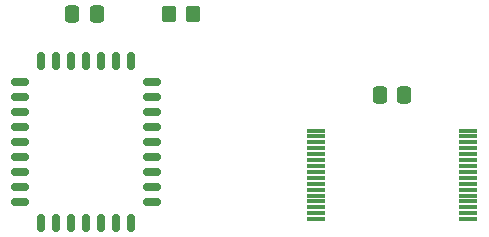
<source format=gbr>
%TF.GenerationSoftware,KiCad,Pcbnew,7.0.10*%
%TF.CreationDate,2024-03-23T21:53:34+01:00*%
%TF.ProjectId,gb-cart-sst39sf010,67622d63-6172-4742-9d73-737433397366,rev?*%
%TF.SameCoordinates,Original*%
%TF.FileFunction,Paste,Top*%
%TF.FilePolarity,Positive*%
%FSLAX46Y46*%
G04 Gerber Fmt 4.6, Leading zero omitted, Abs format (unit mm)*
G04 Created by KiCad (PCBNEW 7.0.10) date 2024-03-23 21:53:34*
%MOMM*%
%LPD*%
G01*
G04 APERTURE LIST*
G04 Aperture macros list*
%AMRoundRect*
0 Rectangle with rounded corners*
0 $1 Rounding radius*
0 $2 $3 $4 $5 $6 $7 $8 $9 X,Y pos of 4 corners*
0 Add a 4 corners polygon primitive as box body*
4,1,4,$2,$3,$4,$5,$6,$7,$8,$9,$2,$3,0*
0 Add four circle primitives for the rounded corners*
1,1,$1+$1,$2,$3*
1,1,$1+$1,$4,$5*
1,1,$1+$1,$6,$7*
1,1,$1+$1,$8,$9*
0 Add four rect primitives between the rounded corners*
20,1,$1+$1,$2,$3,$4,$5,0*
20,1,$1+$1,$4,$5,$6,$7,0*
20,1,$1+$1,$6,$7,$8,$9,0*
20,1,$1+$1,$8,$9,$2,$3,0*%
G04 Aperture macros list end*
%ADD10RoundRect,0.075000X-0.700000X-0.075000X0.700000X-0.075000X0.700000X0.075000X-0.700000X0.075000X0*%
%ADD11RoundRect,0.250000X-0.337500X-0.475000X0.337500X-0.475000X0.337500X0.475000X-0.337500X0.475000X0*%
%ADD12RoundRect,0.250000X0.337500X0.475000X-0.337500X0.475000X-0.337500X-0.475000X0.337500X-0.475000X0*%
%ADD13RoundRect,0.250000X-0.350000X-0.450000X0.350000X-0.450000X0.350000X0.450000X-0.350000X0.450000X0*%
%ADD14RoundRect,0.150000X-0.150000X-0.587500X0.150000X-0.587500X0.150000X0.587500X-0.150000X0.587500X0*%
%ADD15RoundRect,0.150000X-0.587500X-0.150000X0.587500X-0.150000X0.587500X0.150000X-0.587500X0.150000X0*%
G04 APERTURE END LIST*
D10*
%TO.C,U3*%
X76379000Y-67624000D03*
X76379000Y-68124000D03*
X76379000Y-68624000D03*
X76379000Y-69124000D03*
X76379000Y-69624000D03*
X76379000Y-70124000D03*
X76379000Y-70624000D03*
X76379000Y-71124000D03*
X76379000Y-71624000D03*
X76379000Y-72124000D03*
X76379000Y-72624000D03*
X76379000Y-73124000D03*
X76379000Y-73624000D03*
X76379000Y-74124000D03*
X76379000Y-74624000D03*
X76379000Y-75124000D03*
X89229000Y-75124000D03*
X89229000Y-74624000D03*
X89229000Y-74124000D03*
X89229000Y-73624000D03*
X89229000Y-73124000D03*
X89229000Y-72624000D03*
X89229000Y-72124000D03*
X89229000Y-71624000D03*
X89229000Y-71124000D03*
X89229000Y-70624000D03*
X89229000Y-70124000D03*
X89229000Y-69624000D03*
X89229000Y-69124000D03*
X89229000Y-68624000D03*
X89229000Y-68124000D03*
X89229000Y-67624000D03*
%TD*%
D11*
%TO.C,C2*%
X81745000Y-64643000D03*
X83820000Y-64643000D03*
%TD*%
D12*
%TO.C,C1*%
X57806500Y-57785000D03*
X55731500Y-57785000D03*
%TD*%
D13*
%TO.C,R1*%
X63920500Y-57785000D03*
X65920500Y-57785000D03*
%TD*%
D14*
%TO.C,U1*%
X56896000Y-61742500D03*
X55626000Y-61742500D03*
X54356000Y-61742500D03*
X53086000Y-61742500D03*
D15*
X51333500Y-63500000D03*
X51333500Y-64770000D03*
X51333500Y-66040000D03*
X51333500Y-67310000D03*
X51333500Y-68580000D03*
X51333500Y-69850000D03*
X51333500Y-71120000D03*
X51333500Y-72390000D03*
X51333500Y-73660000D03*
D14*
X53086000Y-75417500D03*
X54356000Y-75417500D03*
X55626000Y-75417500D03*
X56896000Y-75417500D03*
X58166000Y-75417500D03*
X59436000Y-75417500D03*
X60706000Y-75417500D03*
D15*
X62458500Y-73660000D03*
X62458500Y-72390000D03*
X62458500Y-71120000D03*
X62458500Y-69850000D03*
X62458500Y-68580000D03*
X62458500Y-67310000D03*
X62458500Y-66040000D03*
X62458500Y-64770000D03*
X62458500Y-63500000D03*
D14*
X60706000Y-61742500D03*
X59436000Y-61742500D03*
X58166000Y-61742500D03*
%TD*%
M02*

</source>
